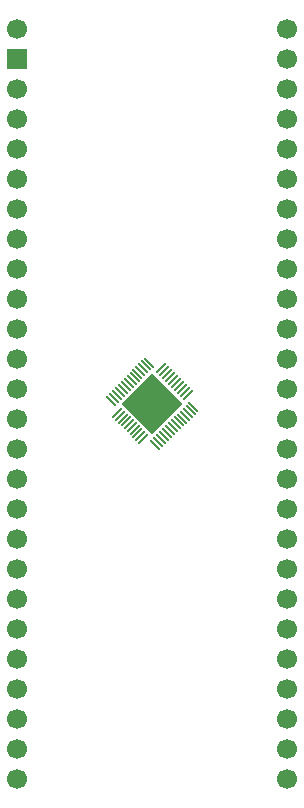
<source format=gts>
G04 #@! TF.GenerationSoftware,KiCad,Pcbnew,9.0.6*
G04 #@! TF.CreationDate,2026-01-08T20:47:40-06:00*
G04 #@! TF.ProjectId,QFN-48_5x5_P0.35,51464e2d-3438-45f3-9578-355f50302e33,rev?*
G04 #@! TF.SameCoordinates,Original*
G04 #@! TF.FileFunction,Soldermask,Top*
G04 #@! TF.FilePolarity,Negative*
%FSLAX46Y46*%
G04 Gerber Fmt 4.6, Leading zero omitted, Abs format (unit mm)*
G04 Created by KiCad (PCBNEW 9.0.6) date 2026-01-08 20:47:40*
%MOMM*%
%LPD*%
G01*
G04 APERTURE LIST*
G04 Aperture macros list*
%AMRoundRect*
0 Rectangle with rounded corners*
0 $1 Rounding radius*
0 $2 $3 $4 $5 $6 $7 $8 $9 X,Y pos of 4 corners*
0 Add a 4 corners polygon primitive as box body*
4,1,4,$2,$3,$4,$5,$6,$7,$8,$9,$2,$3,0*
0 Add four circle primitives for the rounded corners*
1,1,$1+$1,$2,$3*
1,1,$1+$1,$4,$5*
1,1,$1+$1,$6,$7*
1,1,$1+$1,$8,$9*
0 Add four rect primitives between the rounded corners*
20,1,$1+$1,$2,$3,$4,$5,0*
20,1,$1+$1,$4,$5,$6,$7,0*
20,1,$1+$1,$6,$7,$8,$9,0*
20,1,$1+$1,$8,$9,$2,$3,0*%
%AMRotRect*
0 Rectangle, with rotation*
0 The origin of the aperture is its center*
0 $1 length*
0 $2 width*
0 $3 Rotation angle, in degrees counterclockwise*
0 Add horizontal line*
21,1,$1,$2,0,0,$3*%
G04 Aperture macros list end*
%ADD10RoundRect,0.050000X-0.424264X0.353553X0.353553X-0.424264X0.424264X-0.353553X-0.353553X0.424264X0*%
%ADD11RoundRect,0.050000X-0.424264X-0.353553X-0.353553X-0.424264X0.424264X0.353553X0.353553X0.424264X0*%
%ADD12RotRect,3.700000X3.700000X315.000000*%
%ADD13C,1.700000*%
%ADD14R,1.700000X1.700000*%
G04 APERTURE END LIST*
D10*
X138164834Y-117167498D03*
X137917348Y-117414986D03*
X137669860Y-117662474D03*
X137422373Y-117909961D03*
X137174885Y-118157449D03*
X136927397Y-118404935D03*
X136679911Y-118652423D03*
X136432423Y-118899911D03*
X136184935Y-119147397D03*
X135937449Y-119394885D03*
X135689961Y-119642373D03*
X135442474Y-119889860D03*
X135194986Y-120137348D03*
X134947498Y-120384834D03*
D11*
X135442474Y-121410140D03*
X135689961Y-121657627D03*
X135937449Y-121905115D03*
X136184935Y-122152603D03*
X136432423Y-122400089D03*
X136679911Y-122647577D03*
X136927397Y-122895065D03*
X137174885Y-123142551D03*
X137422373Y-123390039D03*
X137669860Y-123637526D03*
D10*
X138695166Y-124132502D03*
X138942652Y-123885014D03*
X139190140Y-123637526D03*
X139437627Y-123390039D03*
X139685115Y-123142551D03*
X139932603Y-122895065D03*
X140180089Y-122647577D03*
X140427577Y-122400089D03*
X140675065Y-122152603D03*
X140922551Y-121905115D03*
X141170039Y-121657627D03*
X141417526Y-121410140D03*
X141665014Y-121162652D03*
X141912502Y-120915166D03*
D11*
X141417526Y-119889860D03*
X141170039Y-119642373D03*
X140922551Y-119394885D03*
X140675065Y-119147397D03*
X140427577Y-118899911D03*
X140180089Y-118652423D03*
X139932603Y-118404935D03*
X139685115Y-118157449D03*
X139437627Y-117909961D03*
X139190140Y-117662474D03*
D12*
X138430000Y-120650000D03*
D13*
X127000000Y-88900000D03*
D14*
X127000000Y-91440000D03*
D13*
X127000000Y-93980000D03*
X127000000Y-96520000D03*
X127000000Y-99060000D03*
X127000000Y-101600000D03*
X127000000Y-104140000D03*
X127000000Y-106680000D03*
X127000000Y-109220000D03*
X127000000Y-111760000D03*
X127000000Y-114300000D03*
X127000000Y-116840000D03*
X127000000Y-119380000D03*
X127000000Y-121920000D03*
X127000000Y-124460000D03*
X127000000Y-127000000D03*
X127000000Y-129540000D03*
X127000000Y-132080000D03*
X127000000Y-134620000D03*
X127000000Y-137160000D03*
X127000000Y-139700000D03*
X127000000Y-142240000D03*
X127000000Y-144780000D03*
X127000000Y-147320000D03*
X127000000Y-149860000D03*
X127000000Y-152400000D03*
X149860000Y-88900000D03*
X149860000Y-91440000D03*
X149860000Y-93980000D03*
X149860000Y-96520000D03*
X149860000Y-99060000D03*
X149860000Y-101600000D03*
X149860000Y-104140000D03*
X149860000Y-106680000D03*
X149860000Y-109220000D03*
X149860000Y-111760000D03*
X149860000Y-114300000D03*
X149860000Y-116840000D03*
X149860000Y-119380000D03*
X149860000Y-121920000D03*
X149860000Y-124460000D03*
X149860000Y-127000000D03*
X149860000Y-129540000D03*
X149860000Y-132080000D03*
X149860000Y-134620000D03*
X149860000Y-137160000D03*
X149860000Y-139700000D03*
X149860000Y-142240000D03*
X149860000Y-144780000D03*
X149860000Y-147320000D03*
X149860000Y-149860000D03*
X149860000Y-152400000D03*
M02*

</source>
